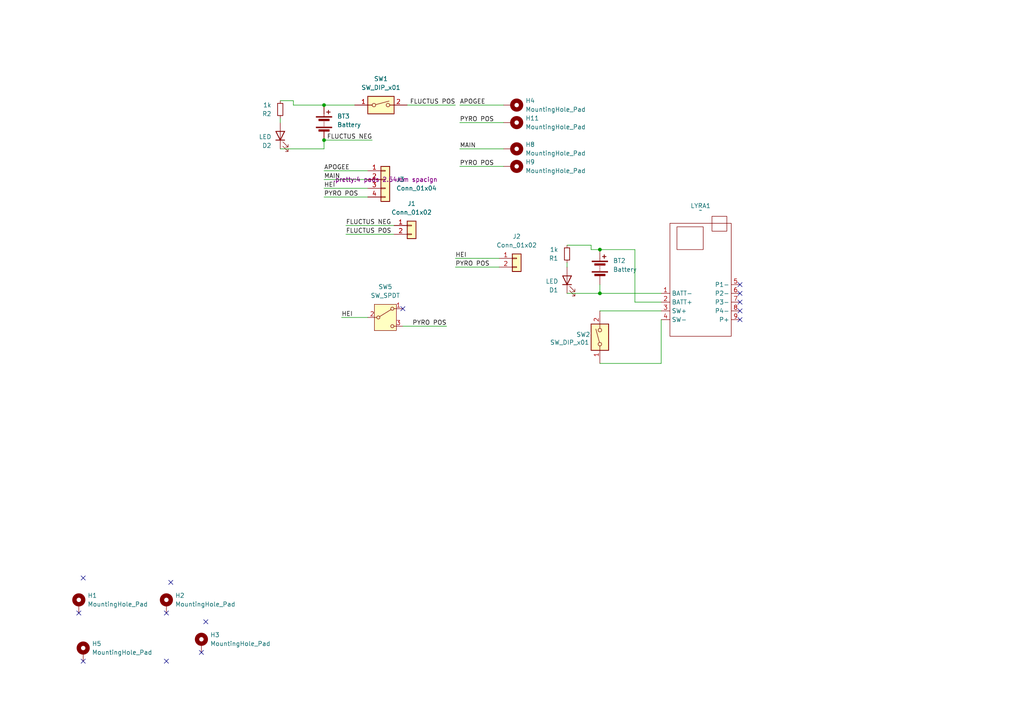
<source format=kicad_sch>
(kicad_sch (version 20231120) (generator "eeschema") (generator_version "8.0")
  (paper "A4")
  (lib_symbols
    (symbol "Altimeters:Lyra"
      (property "Reference" "LYRA" (at -5.588 1.016 0))
      (symbol "Lyra_0_1"
        (rectangle (start -6.35 0) (end 11.43 -32.766))
        (rectangle (start -4.318 -1.016) (end 3.302 -7.62))
        (rectangle (start 5.842 2.032) (end 10.16 -2.286))
      )
      (symbol "Lyra_1_1"
        (pin input line (at -8.89 -20.32 0) (length 2.54) (name "BATT-") (number "1"))
        (pin input line (at -8.89 -22.86 0) (length 2.54) (name "BATT+") (number "2"))
        (pin input line (at -8.89 -25.4 0) (length 2.54) (name "SW+") (number "3"))
        (pin input line (at -8.89 -27.94 0) (length 2.54) (name "SW-") (number "4"))
        (pin input line (at 13.97 -17.78 180) (length 2.54) (name "P1-") (number "5"))
        (pin input line (at 13.97 -20.32 180) (length 2.54) (name "P2-") (number "6"))
        (pin input line (at 13.97 -22.86 180) (length 2.54) (name "P3-") (number "7"))
        (pin input line (at 13.97 -25.4 180) (length 2.54) (name "P4-") (number "8"))
        (pin input line (at 13.97 -27.94 180) (length 2.54) (name "P+") (number "9"))
      )
    )
    (symbol "Connector_Generic:Conn_01x02" (pin_names (offset 1.016) hide)
      (property "Reference" "J" (at 0 2.54 0))
      (property "Value" "Conn_01x02" (at 0 -5.08 0))
      (symbol "Conn_01x02_1_1"
        (rectangle (start -1.27 -2.413) (end 0 -2.667) (stroke (width 0.1524)))
        (rectangle (start -1.27 0.127) (end 0 -0.127) (stroke (width 0.1524)))
        (rectangle (start -1.27 1.27) (end 1.27 -3.81) (stroke (width 0.254)) (fill (type background)))
        (pin passive line (at -5.08 0 0) (length 3.81) (name "Pin_1") (number "1"))
        (pin passive line (at -5.08 -2.54 0) (length 3.81) (name "Pin_2") (number "2"))
      )
    )
    (symbol "Connector_Generic:Conn_01x04" (pin_names (offset 1.016) hide)
      (property "Reference" "J" (at 0 5.08 0))
      (property "Value" "Conn_01x04" (at 0 -7.62 0))
      (symbol "Conn_01x04_1_1"
        (rectangle (start -1.27 -4.953) (end 0 -5.207) (stroke (width 0.1524)))
        (rectangle (start -1.27 -2.413) (end 0 -2.667) (stroke (width 0.1524)))
        (rectangle (start -1.27 0.127) (end 0 -0.127) (stroke (width 0.1524)))
        (rectangle (start -1.27 2.667) (end 0 2.413) (stroke (width 0.1524)))
        (rectangle (start -1.27 3.81) (end 1.27 -6.35) (stroke (width 0.254)) (fill (type background)))
        (pin passive line (at -5.08 2.54 0) (length 3.81) (name "Pin_1") (number "1"))
        (pin passive line (at -5.08 0 0) (length 3.81) (name "Pin_2") (number "2"))
        (pin passive line (at -5.08 -2.54 0) (length 3.81) (name "Pin_3") (number "3"))
        (pin passive line (at -5.08 -5.08 0) (length 3.81) (name "Pin_4") (number "4"))
      )
    )
    (symbol "Device:Battery" (pin_numbers hide) (pin_names (offset 0) hide)
      (property "Reference" "BT" (at 2.54 2.54 0))
      (property "Value" "Battery" (at 2.54 0 0))
      (symbol "Battery_0_1"
        (rectangle (start -2.286 -1.27) (end 2.286 -1.524) (fill (type outline)))
        (rectangle (start -2.286 1.778) (end 2.286 1.524) (fill (type outline)))
        (rectangle (start -1.524 -2.032) (end 1.524 -2.54) (fill (type outline)))
        (rectangle (start -1.524 1.016) (end 1.524 0.508) (fill (type outline)))
        (polyline (pts (xy 0 -1.016) (xy 0 -0.762)))
        (polyline (pts (xy 0 -0.508) (xy 0 -0.254)))
        (polyline (pts (xy 0 0) (xy 0 0.254)))
        (polyline (pts (xy 0 1.778) (xy 0 2.54)))
        (polyline (pts (xy 0.762 3.048) (xy 1.778 3.048)) (stroke (width 0.254)))
        (polyline (pts (xy 1.27 3.556) (xy 1.27 2.54)) (stroke (width 0.254)))
      )
      (symbol "Battery_1_1"
        (pin passive line (at 0 5.08 270) (length 2.54) (name "+") (number "1"))
        (pin passive line (at 0 -5.08 90) (length 2.54) (name "-") (number "2"))
      )
    )
    (symbol "Device:LED" (pin_numbers hide) (pin_names (offset 1.016) hide)
      (property "Reference" "D" (at 0 2.54 0))
      (property "Value" "LED" (at 0 -2.54 0))
      (symbol "LED_0_1"
        (polyline (pts (xy -1.27 -1.27) (xy -1.27 1.27)) (stroke (width 0.254)))
        (polyline (pts (xy -1.27 0) (xy 1.27 0)))
        (polyline (pts (xy 1.27 -1.27) (xy 1.27 1.27) (xy -1.27 0) (xy 1.27 -1.27)) (stroke (width 0.254)))
        (polyline (pts (xy -3.048 -0.762) (xy -4.572 -2.286) (xy -3.81 -2.286) (xy -4.572 -2.286) (xy -4.572 -1.524)))
        (polyline (pts (xy -1.778 -0.762) (xy -3.302 -2.286) (xy -2.54 -2.286) (xy -3.302 -2.286) (xy -3.302 -1.524)))
      )
      (symbol "LED_1_1"
        (pin passive line (at -3.81 0 0) (length 2.54) (name "K") (number "1"))
        (pin passive line (at 3.81 0 180) (length 2.54) (name "A") (number "2"))
      )
    )
    (symbol "Device:R_Small" (pin_numbers hide) (pin_names (offset 0.254) hide)
      (property "Reference" "R" (at 0.762 0.508 0))
      (property "Value" "R_Small" (at 0.762 -1.016 0))
      (symbol "R_Small_0_1"
        (rectangle (start -0.762 1.778) (end 0.762 -1.778) (stroke (width 0.2032)))
      )
      (symbol "R_Small_1_1"
        (pin passive line (at 0 2.54 270) (length 0.762) (name "~") (number "1"))
        (pin passive line (at 0 -2.54 90) (length 0.762) (name "~") (number "2"))
      )
    )
    (symbol "Mechanical:MountingHole_Pad" (pin_numbers hide) (pin_names (offset 1.016) hide)
      (property "Reference" "H" (at 0 6.35 0))
      (property "Value" "MountingHole_Pad" (at 0 4.445 0))
      (symbol "MountingHole_Pad_0_1"
        (circle (center 0 1.27) (radius 1.27) (stroke (width 1.27)))
      )
      (symbol "MountingHole_Pad_1_1"
        (pin input line (at 0 -2.54 90) (length 2.54) (name "1") (number "1"))
      )
    )
    (symbol "Switch:SW_DIP_x01" (pin_names (offset 0) hide)
      (property "Reference" "SW" (at 0 3.81 0))
      (property "Value" "SW_DIP_x01" (at 0 -3.81 0))
      (symbol "SW_DIP_x01_0_0"
        (circle (center -2.032 0) (radius 0.508))
        (polyline (pts (xy -1.524 0.127) (xy 2.3622 1.1684)))
        (circle (center 2.032 0) (radius 0.508))
      )
      (symbol "SW_DIP_x01_0_1"
        (rectangle (start -3.81 2.54) (end 3.81 -2.54) (stroke (width 0.254)) (fill (type background)))
      )
      (symbol "SW_DIP_x01_1_1"
        (pin passive line (at -7.62 0 0) (length 5.08) (name "~") (number "1"))
        (pin passive line (at 7.62 0 180) (length 5.08) (name "~") (number "2"))
      )
    )
    (symbol "Switch:SW_SPDT" (pin_names (offset 0) hide)
      (property "Reference" "SW" (at 0 5.08 0))
      (property "Value" "SW_SPDT" (at 0 -5.08 0))
      (symbol "SW_SPDT_0_1"
        (circle (center -2.032 0) (radius 0.4572))
        (polyline (pts (xy -1.651 0.254) (xy 1.651 2.286)))
        (circle (center 2.032 -2.54) (radius 0.4572))
        (circle (center 2.032 2.54) (radius 0.4572))
      )
      (symbol "SW_SPDT_1_1"
        (rectangle (start -3.175 3.81) (end 3.175 -3.81) (fill (type background)))
        (pin passive line (at 5.08 2.54 180) (length 2.54) (name "A") (number "1"))
        (pin passive line (at -5.08 0 0) (length 2.54) (name "B") (number "2"))
        (pin passive line (at 5.08 -2.54 180) (length 2.54) (name "C") (number "3"))
      )
    )
  )
  (junction (at 93.98 40.64))
  (junction (at 173.99 72.39))
  (junction (at 93.98 30.48))
  (junction (at 173.99 85.09))
  (no_connect (at 214.63 87.63))
  (no_connect (at 214.63 90.17))
  (no_connect (at 214.63 82.55))
  (no_connect (at 214.63 92.71))
  (no_connect (at 48.26 177.8))
  (no_connect (at 48.26 191.77))
  (no_connect (at 58.42 189.23))
  (no_connect (at 59.69 180.34))
  (no_connect (at 24.13 191.77))
  (no_connect (at 49.53 168.91))
  (no_connect (at 116.84 89.535))
  (no_connect (at 214.63 85.09))
  (no_connect (at 24.13 167.64))
  (no_connect (at 22.86 177.8))
  (wire (pts (xy 133.35 30.48) (xy 146.05 30.48)))
  (wire (pts (xy 93.98 57.15) (xy 106.68 57.15)))
  (wire (pts (xy 85.09 30.48) (xy 93.98 30.48)))
  (wire (pts (xy 133.35 35.56) (xy 146.05 35.56)))
  (wire (pts (xy 133.35 48.26) (xy 146.05 48.26)))
  (wire (pts (xy 164.465 85.09) (xy 173.99 85.09)))
  (wire (pts (xy 184.15 87.63) (xy 184.15 72.39)))
  (wire (pts (xy 132.08 30.48) (xy 118.11 30.48)))
  (wire (pts (xy 173.99 90.17) (xy 191.77 90.17)))
  (wire (pts (xy 129.54 94.615) (xy 116.84 94.615)))
  (wire (pts (xy 93.98 43.18) (xy 93.98 40.64)))
  (wire (pts (xy 85.09 29.21) (xy 81.28 29.21)))
  (wire (pts (xy 99.06 92.075) (xy 106.68 92.075)))
  (wire (pts (xy 81.28 43.18) (xy 93.98 43.18)))
  (wire (pts (xy 191.77 87.63) (xy 184.15 87.63)))
  (wire (pts (xy 93.98 30.48) (xy 102.87 30.48)))
  (wire (pts (xy 191.77 85.09) (xy 173.99 85.09)))
  (wire (pts (xy 93.98 54.61) (xy 106.68 54.61)))
  (wire (pts (xy 85.09 30.48) (xy 85.09 29.21)))
  (wire (pts (xy 173.99 105.41) (xy 191.77 105.41)))
  (wire (pts (xy 100.33 65.405) (xy 114.3 65.405)))
  (wire (pts (xy 173.99 72.39) (xy 171.45 72.39)))
  (wire (pts (xy 171.45 71.12) (xy 171.45 72.39)))
  (wire (pts (xy 191.77 105.41) (xy 191.77 92.71)))
  (wire (pts (xy 164.465 77.47) (xy 164.465 76.2)))
  (wire (pts (xy 93.98 49.53) (xy 106.68 49.53)))
  (wire (pts (xy 171.45 71.12) (xy 164.465 71.12)))
  (wire (pts (xy 100.33 67.945) (xy 114.3 67.945)))
  (wire (pts (xy 173.99 85.09) (xy 173.99 82.55)))
  (wire (pts (xy 93.98 40.64) (xy 107.95 40.64)))
  (wire (pts (xy 184.15 72.39) (xy 173.99 72.39)))
  (wire (pts (xy 93.98 52.07) (xy 106.68 52.07)))
  (wire (pts (xy 132.08 77.47) (xy 144.78 77.47)))
  (wire (pts (xy 81.28 35.56) (xy 81.28 34.29)))
  (wire (pts (xy 132.08 74.93) (xy 144.78 74.93)))
  (wire (pts (xy 133.35 43.18) (xy 146.05 43.18)))
  (label "MAIN" (at 93.98 52.07 0))
  (label "FLUCTUS NEG" (at 107.95 40.64 180))
  (label "PYRO POS" (at 133.35 48.26 0))
  (label "FLUCTUS NEG" (at 100.33 65.405 0))
  (label "PYRO POS" (at 133.35 35.56 0))
  (label "HEI" (at 99.06 92.075 0))
  (label "HEI" (at 132.08 74.93 0))
  (label "PYRO POS" (at 93.98 57.15 0))
  (label "HEI" (at 93.98 54.61 0))
  (label "PYRO POS" (at 129.54 94.615 180))
  (label "FLUCTUS POS" (at 132.08 30.48 180))
  (label "FLUCTUS POS" (at 100.33 67.945 0))
  (label "APOGEE" (at 133.35 30.48 0))
  (label "APOGEE" (at 93.98 49.53 0))
  (label "PYRO POS" (at 132.08 77.47 0))
  (label "MAIN" (at 133.35 43.18 0))
  (symbol (lib_id "Altimeters:Lyra") (at 200.66 64.77 0) (unit 1)
    (property "Reference" "LYRA1" (at 203.2 59.69 0))
    (property "Value" "~" (at 203.2 60.96 0))
    (property "Footprint" "Connector_PinHeader_2.54mm:PinHeader_1x04_P2.54mm_Vertical" (effects (hide yes)))
  )
  (symbol (lib_id "Mechanical:MountingHole_Pad") (at 148.59 35.56 270) (unit 1)
    (property "Reference" "H11" (at 152.4 34.2899 90) (effects (justify left)))
    (property "Value" "MountingHole_Pad" (at 152.4 36.8299 90) (effects (justify left)))
    (property "Footprint" "MountingHole:MountingHole_2.2mm_M2_DIN965_Pad" (effects (hide yes)))
    (property "Description" "Mounting Hole with connection" (effects (hide yes)))
  )
  (symbol (lib_id "Mechanical:MountingHole_Pad") (at 148.59 30.48 270) (unit 1)
    (property "Reference" "H4" (at 152.4 29.2099 90) (effects (justify left)))
    (property "Value" "MountingHole_Pad" (at 152.4 31.7499 90) (effects (justify left)))
    (property "Footprint" "MountingHole:MountingHole_2.2mm_M2_DIN965_Pad" (effects (hide yes)))
    (property "Description" "Mounting Hole with connection" (effects (hide yes)))
  )
  (symbol (lib_id "Connector_Generic:Conn_01x04") (at 111.76 52.07 0) (unit 1)
    (property "Reference" "J3" (at 114.935 52.0699 0) (effects (justify left)))
    (property "Value" "Conn_01x04" (at 114.935 54.6099 0) (effects (justify left)))
    (property "Footprint" ".pretty:4 pads 2.54mm spacign" (at 111.76 52.07 0))
    (property "Description" "Generic connector, single row, 01x04, script generated (kicad-library-utils/schlib/autogen/connector/)" (effects (hide yes)))
  )
  (symbol (lib_id "Device:LED") (at 81.28 39.37 90) (unit 1)
    (property "Reference" "D2" (at 78.74 42.2276 90) (effects (justify left)))
    (property "Value" "LED" (at 78.74 39.6876 90) (effects (justify left)))
    (property "Footprint" "LED_SMD:LED_0603_1608Metric" (effects (hide yes)))
    (property "Description" "Light emitting diode" (effects (hide yes)))
  )
  (symbol (lib_id "Device:Battery") (at 93.98 35.56 0) (unit 1)
    (property "Reference" "BT3" (at 97.79 33.7184 0) (effects (justify left)))
    (property "Value" "Battery" (at 97.79 36.195 0) (effects (justify left)))
    (property "Footprint" "Connector_JST:JST_PH_B2B-PH-K_1x02_P2.00mm_Vertical" (effects (hide yes)))
    (property "Description" "Multiple-cell battery" (effects (hide yes)))
  )
  (symbol (lib_id "Device:LED") (at 164.465 81.28 90) (unit 1)
    (property "Reference" "D1" (at 161.925 84.1376 90) (effects (justify left)))
    (property "Value" "LED" (at 161.925 81.5976 90) (effects (justify left)))
    (property "Footprint" "LED_SMD:LED_0603_1608Metric" (effects (hide yes)))
    (property "Description" "Light emitting diode" (effects (hide yes)))
  )
  (symbol (lib_id "Device:R_Small") (at 164.465 73.66 180) (unit 1)
    (property "Reference" "R1" (at 161.925 74.9301 0) (effects (justify left)))
    (property "Value" "1k" (at 161.925 72.3901 0) (effects (justify left)))
    (property "Footprint" "Resistor_SMD:R_0603_1608Metric" (effects (hide yes)))
    (property "Description" "Resistor, small symbol" (effects (hide yes)))
  )
  (symbol (lib_id "Mechanical:MountingHole_Pad") (at 48.26 175.26 0) (unit 1)
    (property "Reference" "H2" (at 50.8 172.7199 0) (effects (justify left)))
    (property "Value" "MountingHole_Pad" (at 50.8 175.2599 0) (effects (justify left)))
    (property "Footprint" "MountingHole:MountingHole_3.2mm_M3" (effects (hide yes)))
    (property "Description" "Mounting Hole with connection" (effects (hide yes)))
  )
  (symbol (lib_id "Mechanical:MountingHole_Pad") (at 22.86 175.26 0) (unit 1)
    (property "Reference" "H1" (at 25.4 172.7199 0) (effects (justify left)))
    (property "Value" "MountingHole_Pad" (at 25.4 175.2599 0) (effects (justify left)))
    (property "Footprint" "MountingHole:MountingHole_3.2mm_M3" (effects (hide yes)))
    (property "Description" "Mounting Hole with connection" (effects (hide yes)))
  )
  (symbol (lib_id "Switch:SW_SPDT") (at 111.76 92.075 0) (unit 1)
    (property "Reference" "SW5" (at 111.76 83.185 0))
    (property "Value" "SW_SPDT" (at 111.76 85.725 0))
    (property "Footprint" "TerminalBlock:TerminalBlock_bornier-3_P5.08mm" (effects (hide yes)))
    (property "Description" "Switch, single pole double throw" (effects (hide yes)))
  )
  (symbol (lib_id "Device:Battery") (at 173.99 77.47 0) (unit 1)
    (property "Reference" "BT2" (at 177.8 75.6284 0) (effects (justify left)))
    (property "Value" "Battery" (at 177.8 78.1684 0) (effects (justify left)))
    (property "Footprint" "Connector_PinHeader_1.27mm:PinHeader_1x02_P1.27mm_Vertical" (effects (hide yes)))
    (property "Description" "Multiple-cell battery" (effects (hide yes)))
  )
  (symbol (lib_id "Device:R_Small") (at 81.28 31.75 180) (unit 1)
    (property "Reference" "R2" (at 78.74 33.0201 0) (effects (justify left)))
    (property "Value" "1k" (at 78.74 30.4801 0) (effects (justify left)))
    (property "Footprint" "Resistor_SMD:R_0603_1608Metric" (effects (hide yes)))
    (property "Description" "Resistor, small symbol" (effects (hide yes)))
  )
  (symbol (lib_id "Mechanical:MountingHole_Pad") (at 148.59 43.18 270) (unit 1)
    (property "Reference" "H8" (at 152.4 41.9099 90) (effects (justify left)))
    (property "Value" "MountingHole_Pad" (at 152.4 44.4499 90) (effects (justify left)))
    (property "Footprint" "MountingHole:MountingHole_2.2mm_M2_DIN965_Pad" (effects (hide yes)))
    (property "Description" "Mounting Hole with connection" (effects (hide yes)))
  )
  (symbol (lib_id "Mechanical:MountingHole_Pad") (at 148.59 48.26 270) (unit 1)
    (property "Reference" "H9" (at 152.4 46.9899 90) (effects (justify left)))
    (property "Value" "MountingHole_Pad" (at 152.4 49.5299 90) (effects (justify left)))
    (property "Footprint" "MountingHole:MountingHole_2.2mm_M2_DIN965_Pad" (effects (hide yes)))
    (property "Description" "Mounting Hole with connection" (effects (hide yes)))
  )
  (symbol (lib_id "Mechanical:MountingHole_Pad") (at 58.42 186.69 0) (unit 1)
    (property "Reference" "H3" (at 60.96 184.1499 0) (effects (justify left)))
    (property "Value" "MountingHole_Pad" (at 60.96 186.6899 0) (effects (justify left)))
    (property "Footprint" "MountingHole:MountingHole_3.2mm_M3" (effects (hide yes)))
    (property "Description" "Mounting Hole with connection" (effects (hide yes)))
  )
  (symbol (lib_id "Mechanical:MountingHole_Pad") (at 24.13 189.23 0) (unit 1)
    (property "Reference" "H5" (at 26.67 186.6899 0) (effects (justify left)))
    (property "Value" "MountingHole_Pad" (at 26.67 189.2299 0) (effects (justify left)))
    (property "Footprint" "MountingHole:MountingHole_3.2mm_M3" (effects (hide yes)))
    (property "Description" "Mounting Hole with connection" (effects (hide yes)))
  )
  (symbol (lib_id "Connector_Generic:Conn_01x02") (at 149.86 74.93 0) (unit 1)
    (property "Reference" "J2" (at 149.86 68.58 0))
    (property "Value" "Conn_01x02" (at 149.86 71.12 0))
    (property "Footprint" "Connector_PinHeader_2.54mm:PinHeader_1x02_P2.54mm_Vertical" (effects (hide yes)))
    (property "Description" "Generic connector, single row, 01x02, script generated (kicad-library-utils/schlib/autogen/connector/)" (effects (hide yes)))
  )
  (symbol (lib_id "Switch:SW_DIP_x01") (at 110.49 30.48 0) (unit 1)
    (property "Reference" "SW1" (at 110.49 22.86 0))
    (property "Value" "SW_DIP_x01" (at 110.49 25.4 0))
    (property "Footprint" "Connector_PinHeader_2.54mm:PinHeader_1x02_P2.54mm_Vertical" (effects (hide yes)))
    (property "Description" "1x DIP Switch, Single Pole Single Throw (SPST) switch, small symbol" (effects (hide yes)))
  )
  (symbol (lib_id "Switch:SW_DIP_x01") (at 173.99 97.79 90) (unit 1)
    (property "Reference" "SW2" (at 167.132 97.028 90) (effects (justify right)))
    (property "Value" "SW_DIP_x01" (at 159.512 99.314 90) (effects (justify right)))
    (property "Footprint" "Connector_PinHeader_2.54mm:PinHeader_1x02_P2.54mm_Vertical" (effects (hide yes)))
    (property "Description" "1x DIP Switch, Single Pole Single Throw (SPST) switch, small symbol" (effects (hide yes)))
  )
  (symbol (lib_id "Connector_Generic:Conn_01x02") (at 119.38 65.405 0) (unit 1)
    (property "Reference" "J1" (at 119.38 59.055 0))
    (property "Value" "Conn_01x02" (at 119.38 61.595 0))
    (property "Footprint" "Connector_PinHeader_2.54mm:PinHeader_1x02_P2.54mm_Vertical" (effects (hide yes)))
    (property "Description" "Generic connector, single row, 01x02, script generated (kicad-library-utils/schlib/autogen/connector/)" (effects (hide yes)))
  )
)
</source>
